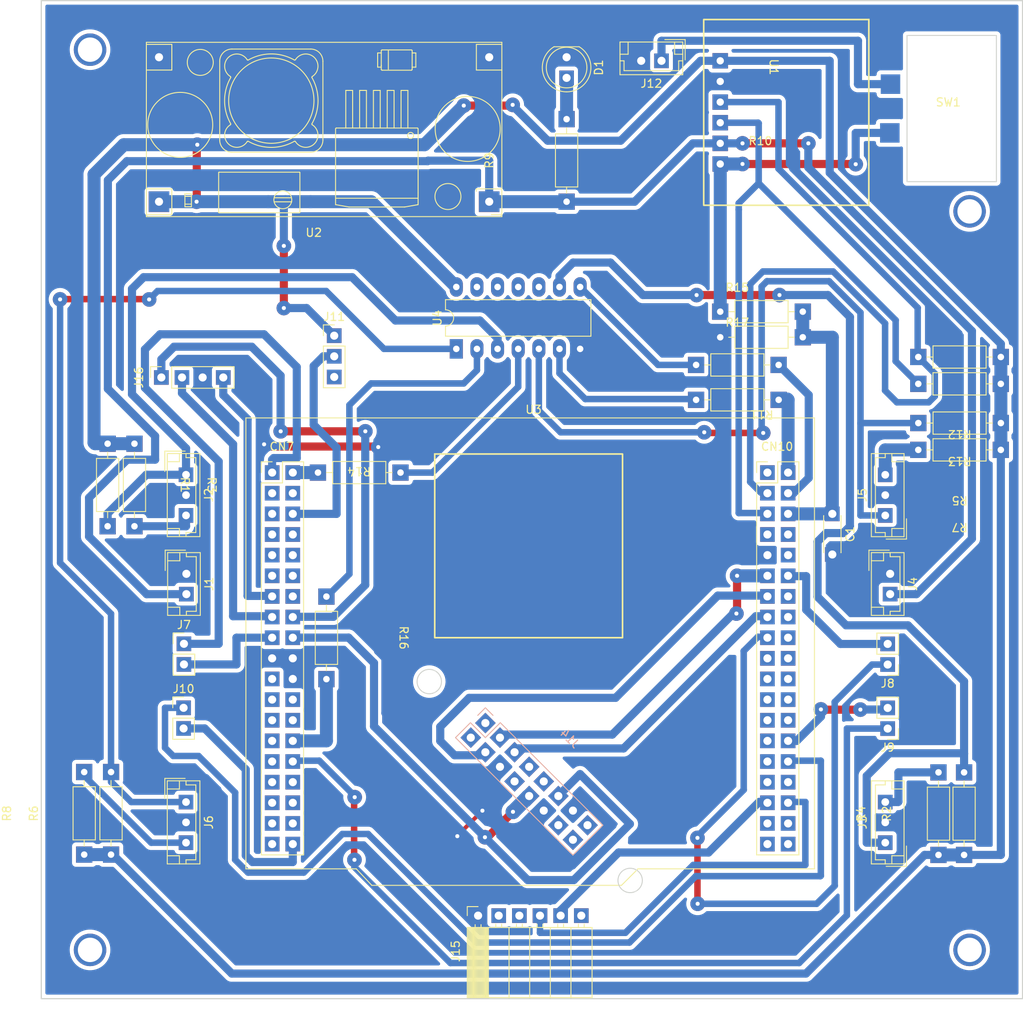
<source format=kicad_pcb>
(kicad_pcb (version 20211014) (generator pcbnew)
  (layers (0 "F.Cu" signal) (31 "B.Cu" signal) (34 "B.Paste" user) (35 "F.Paste" user) (36 "B.SilkS" user "B.Silkscreen") (37 "F.SilkS" user "F.Silkscreen") (38 "B.Mask" user) (39 "F.Mask" user) (44 "Edge.Cuts" user))
  (net 0 "")
  (net 1 "Vbat")
  (net 2 "GND")
  (net 3 "Net-(D1-Pad2)")
  (net 4 "+12V")
  (net 5 "MOTOR1_ENCODER")
  (net 6 "MOTOR3_ENCODER")
  (net 7 "MOTOR2_ENCODER")
  (net 8 "MOTOR4_ENCODER")
  (net 9 "MOTOR1_PWMN")
  (net 10 "MOTOR1_PWM")
  (net 11 "MOTOR2_PWMN")
  (net 12 "MOTOR2_PWM")
  (net 13 "MOTOR3_PWMN")
  (net 14 "MOTOR3_PWM")
  (net 15 "MOTOR4_PWMN")
  (net 16 "MOTOR4_PWM")
  (net 17 "+5V")
  (net 18 "Net-(J12-Pad1)")
  (net 19 "I2C_SDA")
  (net 20 "SPI_MISO")
  (net 21 "SPI_MOSI")
  (net 22 "SPI_SCLK")
  (net 33 "UART_TX")
  (net 34 "UART_RX")
  (net 36 "Net-(R10-Pad1)")
  (net 37 "I2C_SCL")
  (net 38 "SWDIO")
  (net 39 "SWCLK")
  (net 63 "+3V3")
  (net 87 "Net-(J6-Pad3)")
  (net 88 "Net-(J2-Pad3)")
  (net 90 "Net-(J3-Pad3)")
  (net 91 "Net-(J5-Pad3)")
  (net 92 "Net-(J2-Pad1)")
  (net 93 "Net-(J3-Pad1)")
  (net 94 "Net-(J5-Pad1)")
  (net 95 "Net-(J6-Pad1)")
  (net 96 "Net-(R14-Pad1)")
  (net 97 "Net-(R15-Pad1)")
  (net 98 "Net-(R16-Pad1)")
  (net 99 "Net-(R17-Pad1)")
  (net 104 "Net-(J11-Pad2)")
  (footprint "Connector_PinSocket_2.54mm:PinSocket_1x04_P2.54mm_Vertical" (layer "F.Cu") (at 185.22581 147.041 90)
    (fp_text reference "J16")
    (fp_text value "Conector_Programador")
  )
  (footprint "Connector_PinHeader_2.54mm:PinHeader_1x02_P2.54mm_Vertical" (layer "F.Cu") (at 187.96 187.701)
    (fp_text reference "J10")
    (fp_text value "Conector_Motor4")
  )
  (footprint "CustomLib:Nucleo_F303RE" (layer "F.Cu") (at 198.678 158.75)
    (fp_text reference "U3")
    (fp_text value "Nucleo_F303RE")
  )
  (footprint "CustomLib:R_Axial_Custom" (layer "F.Cu") (at 251.04 145.5)
    (fp_text reference "R15")
    (fp_text value "1k")
  )
  (footprint "CustomLib:R_Axial_Custom" (layer "F.Cu") (at 264.169 142.094279 180)
    (fp_text reference "R11")
    (fp_text value "R")
  )
  (footprint "LED_THT:LED_D5.0mm" (layer "F.Cu") (at 235.1 107.6287 -90)
    (fp_text reference "D1")
    (fp_text value "LED")
  )
  (footprint "CustomLib:R_Axial_Custom" (layer "F.Cu") (at 288.544 144.526 180)
    (fp_text reference "R12")
    (fp_text value "4K7")
  )
  (footprint "Connector_PinHeader_2.54mm:PinHeader_1x02_P2.54mm_Vertical" (layer "F.Cu") (at 274.62 190.256 180)
    (fp_text reference "J9")
    (fp_text value "Conector_Motor3")
  )
  (footprint "Capacitor_THT:C_Disc_D4.3mm_W1.9mm_P5.00mm" (layer "F.Cu") (at 267.80581 163.83 -90)
    (fp_text reference "C1")
    (fp_text value "100n")
  )
  (footprint "CustomLib:SW_SPST" (layer "F.Cu") (at 276.998 104.9425)
    (fp_text reference "SW1")
    (fp_text value "SW_SPST")
    (fp_rect (start 0 0) (end 11 18) (layer "Edge.Cuts") (width 0.12) (fill none))
  )
  (footprint "CustomLib:R_Axial_Custom" (layer "F.Cu") (at 214.66 158.75 180)
    (fp_text reference "R14")
    (fp_text value "1k")
  )
  (footprint "Package_DIP:DIP-14_W7.62mm_LongPads" (layer "F.Cu") (at 221.525 143.525 90)
    (fp_text reference "U4")
    (fp_text value "40106")
  )
  (footprint "CustomLib:R_Axial_Custom" (layer "F.Cu") (at 251.04 149.796)
    (fp_text reference "R17")
    (fp_text value "1k")
  )
  (footprint "Connector_JST:JST_EH_B2B-EH-A_1x02_P2.50mm_Vertical" (layer "F.Cu") (at 274.92 171.21 -90)
    (fp_text reference "J4")
    (fp_text value "Conector_Alim_PuenteH2")
  )
  (footprint "Connector_JST:JST_EH_B3B-EH-A_1x03_P2.50mm_Vertical" (layer "F.Cu") (at 188.26 199.3 -90)
    (fp_text reference "J6")
    (fp_text value "Conector_Encoder4")
  )
  (footprint "Connector_PinHeader_2.54mm:PinHeader_1x02_P2.54mm_Vertical" (layer "F.Cu") (at 274.62 182.377 180)
    (fp_text reference "J8")
    (fp_text value "Conector_Motor2")
  )
  (footprint "CustomLib:R_Axial_Custom" (layer "F.Cu") (at 288.55 152.654 180)
    (fp_text reference "R5")
    (fp_text value "10k")
  )
  (footprint "CustomLib:R_Axial_Custom" (layer "F.Cu") (at 288.544 155.956 180)
    (fp_text reference "R7")
    (fp_text value "220")
  )
  (footprint "CustomLib:R_Axial_Custom" (layer "F.Cu") (at 181.91381 155.194 -90)
    (fp_text reference "R3")
    (fp_text value "220")
  )
  (footprint "CustomLib:R_Axial_Custom" (layer "F.Cu") (at 205.54 174.01 -90)
    (fp_text reference "R16")
    (fp_text value "1k")
  )
  (footprint "CustomLib:R_Axial_Custom" (layer "F.Cu") (at 280.87221 205.807 90)
    (fp_text reference "R4")
    (fp_text value "220")
  )
  (footprint "CustomLib:R_Axial_Custom" (layer "F.Cu") (at 175.728905 205.767905 90)
    (fp_text reference "R8")
    (fp_text value "220")
  )
  (footprint "CustomLib:R_Axial_Custom" (layer "F.Cu") (at 178.61181 155.194 -90)
    (fp_text reference "R1")
    (fp_text value "10k")
  )
  (footprint "Connector_PinHeader_2.54mm:PinHeader_1x03_P2.54mm_Vertical" (layer "F.Cu") (at 206.5 141.9)
    (fp_text reference "J11")
    (fp_text value "Jumper_E5V")
  )
  (footprint "CustomLib:R_Axial_Custom" (layer "F.Cu") (at 254.009 138.944279)
    (fp_text reference "R10")
    (fp_text value "R")
  )
  (footprint "Connector_JST:JST_EH_B3B-EH-A_1x03_P2.50mm_Vertical" (layer "F.Cu") (at 274.32 204.3 90)
    (fp_text reference "J3")
    (fp_text value "Conector_Encoder3")
  )
  (footprint "CustomLib:R_Axial_Custom" (layer "F.Cu") (at 288.544 147.828 180)
    (fp_text reference "R13")
    (fp_text value "4K7")
  )
  (footprint "Connector_JST:JST_EH_B2B-EH-A_1x02_P2.50mm_Vertical" (layer "F.Cu") (at 188.306 171.211 -90)
    (fp_text reference "J1")
    (fp_text value "Conector_Alim_PuenteH1")
  )
  (footprint "Connector_JST:JST_EH_B2B-EH-A_1x02_P2.50mm_Vertical" (layer "F.Cu") (at 246.782 108.0687 180)
    (fp_text reference "J12")
    (fp_text value "Conector_Baterias")
  )
  (footprint "CustomLib:INA219_Module" (layer "F.Cu") (at 254.009 108.0687 -90)
    (fp_text reference "U1")
    (fp_text value "INA219_Module")
  )
  (footprint "Connector_JST:JST_EH_B3B-EH-A_1x03_P2.50mm_Vertical" (layer "F.Cu") (at 274.32 164.024 90)
    (fp_text reference "J5")
    (fp_text value "Conector_Encoder2")
  )
  (footprint "CustomLib:R_Axial_Custom" (layer "F.Cu") (at 235.1 125.4087 90)
    (fp_text reference "R9")
    (fp_text value "860")
  )
  (footprint "Connector_PinSocket_2.54mm:PinSocket_1x06_P2.54mm_Horizontal" (layer "F.Cu") (at 224.206905 213.278 90)
    (fp_text reference "J15")
    (fp_text value "Conector_ConversorUSB")
  )
  (footprint "CustomLib:R_Axial_Custom" (layer "F.Cu") (at 284.02181 205.807 90)
    (fp_text reference "R2")
    (fp_text value "10k")
  )
  (footprint "Connector_PinHeader_2.54mm:PinHeader_1x02_P2.54mm_Vertical" (layer "F.Cu") (at 188.006 179.822)
    (fp_text reference "J7")
    (fp_text value "Conector_Motor1")
  )
  (footprint "CustomLib:DCDC_StepDown_LM2596" (layer "F.Cu") (at 225.575 125.4087 180)
    (fp_text reference "U2")
    (fp_text value "LM2596_Module")
  )
  (footprint "CustomLib:R_Axial_Custom" (layer "F.Cu") (at 179.030905 205.767905 90)
    (fp_text reference "R6")
    (fp_text value "10k")
  )
  (footprint "Connector_JST:JST_EH_B3B-EH-A_1x03_P2.50mm_Vertical" (layer "F.Cu") (at 188.26 159.019 -90)
    (fp_text reference "J2")
    (fp_text value "Conector_Encoder1")
  )
  (footprint "CustomLib:Conector_IMU" (layer "B.Cu") (at 237.675655 202.14623 135)
    (fp_text reference "J14")
    (fp_text value "Conector_IMU")
    (fp_circle (center -8.52 -1.1) (end -7.02 -1.1) (layer "Edge.Cuts") (width 0.12) (fill none))
    (fp_circle (center 26.2704 -1.2724) (end 27.7704 -1.2724) (layer "Edge.Cuts") (width 0.12) (fill none))
  )
  (gr_rect (start 218.87081 156.464) (end 241.98481 179.07) (layer "F.SilkS") (width 0.2) (fill none))
  (gr_rect (start 291.21781 223.496) (end 170.44781 100.66) (layer "Edge.Cuts") (width 0.15) (fill none))
  (via (at 176.44781 217.496) (size 4) (drill 3) (layers "F.Cu" "B.Cu") (net 0))
  (via (at 176.44781 106.7) (size 4) (drill 3) (layers "F.Cu" "B.Cu") (net 0))
  (via (at 284.7 126.6) (size 4) (drill 3) (layers "F.Cu" "B.Cu") (net 0))
  (via (at 284.7 217.496) (size 4) (drill 3) (layers "F.Cu" "B.Cu") (net 0))
  (segment (start 264.33 142.094279) (end 267.80581 142.094279) (width 1.6) (layer "B.Cu") (net 1))
  (segment (start 262.29781 163.73) (end 262.39781 163.83) (width 1) (layer "B.Cu") (net 1))
  (segment (start 262.39781 163.83) (end 267.80581 163.83) (width 1.6) (layer "B.Cu") (net 1))
  (segment (start 264.169 142.094279) (end 264.169 138.944279) (width 1.6) (layer "B.Cu") (net 1))
  (segment (start 267.80581 142.094279) (end 267.80581 163.83) (width 1.6) (layer "B.Cu") (net 1))
  (segment (start 211.853268 155.543268) (end 198.830405 155.543268) (width 1) (layer "F.Cu") (net 2))
  (segment (start 221.65 203.45) (end 221.65 203.5) (width 0.5) (layer "F.Cu") (net 2))
  (segment (start 211.92 155.61) (end 211.853268 155.543268) (width 1) (layer "F.Cu") (net 2))
  (segment (start 224.74 200.36) (end 221.65 203.45) (width 0.5) (layer "F.Cu") (net 2))
  (segment (start 198.830405 155.543268) (end 198.177914 154.890777) (width 1) (layer "F.Cu") (net 2))
  (via (at 221.65 203.5) (size 1.8) (drill 0.5) (layers "F.Cu" "B.Cu") (net 2))
  (via (at 211.92 155.61) (size 1.8) (drill 0.5) (layers "F.Cu" "B.Cu") (net 2))
  (via (at 224.74 200.36) (size 1.8) (drill 0.5) (layers "F.Cu" "B.Cu") (net 2))
  (via (at 197.87 155.27) (size 1.8) (drill 0.5) (layers "F.Cu" "B.Cu") (net 2))
  (segment (start 223.5 199.12) (end 223.5 199.1) (width 1) (layer "B.Cu") (net 2))
  (segment (start 241.5 147.4) (end 252.54381 147.4) (width 1) (layer "B.Cu") (net 2))
  (segment (start 231.83 207.1) (end 235.811 207.1) (width 1) (layer "B.Cu") (net 2))
  (segment (start 230.387 119.9537) (end 225.582 115.1487) (width 1) (layer "B.Cu") (net 2))
  (segment (start 198.85981 181.61) (end 201.39981 181.61) (width 1.6) (layer "B.Cu") (net 2))
  (segment (start 235.811 207.1) (end 240.7595 202.1515) (width 1) (layer "B.Cu") (net 2))
  (segment (start 211.89 155.64) (end 211.89 180.700102) (width 1) (layer "B.Cu") (net 2))
  (segment (start 174.752 168.656) (end 174.752 129.448) (width 1) (layer "B.Cu") (net 2))
  (segment (start 270.19181 171.09181) (end 267.93 168.83) (width 1) (layer "B.Cu") (net 2))
  (segment (start 283.334 162.182) (end 283.334 161.414) (width 1) (layer "B.Cu") (net 2))
  (segment (start 174.634 117.9567) (end 184.935 107.6557) (width 1) (layer "B.Cu") (net 2))
  (segment (start 286.30781 183.56481) (end 286.30781 197.358) (width 1) (layer "B.Cu") (net 2))
  (segment (start 238.864 184.3) (end 222.9 184.3) (width 1) (layer "B.Cu") (net 2))
  (segment (start 262.982 121.301796) (end 262.982 110.6087) (width 1) (layer "B.Cu") (net 2))
  (segment (start 229.05 204.47) (end 229.2 204.47) (width 1) (layer "B.Cu") (net 2))
  (segment (start 254.254 168.91) (end 254.13701 169.02699) (width 1) (layer "B.Cu") (net 2))
  (segment (start 197.87 155.27) (end 197.7 155.1) (width 1) (layer "B.Cu") (net 2))
  (segment (start 225.582 115.1487) (end 225.582 108.2545) (width 1) (layer "B.Cu") (net 2))
  (segment (start 228 203.42) (end 227.95 203.42) (width 1) (layer "B.Cu") (net 2))
  (segment (start 185.5538 107.6287) (end 224.9562 107.6287) (width 1) (layer "B.Cu") (net 2))
  (segment (start 283.334 161.414) (end 283.334 141.653796) (width 1) (layer "B.Cu") (net 2))
  (segment (start 211.92 155.61) (end 211.89 155.64) (width 1) (layer "B.Cu") (net 2))
  (segment (start 192.13 200.58) (end 190.91 201.8) (width 1) (layer "B.Cu") (net 2))
  (segment (start 229.2 204.47) (end 231.83 207.1) (width 1) (layer "B.Cu") (net 2))
  (segment (start 237.625 143.525) (end 241.5 147.4) (width 1) (layer "B.Cu") (net 2))
  (segment (start 223.5 198.34) (end 223.5 199.1) (width 1) (layer "B.Cu") (net 2))
  (segment (start 254.17 142.094279) (end 254.21701 142.141289) (width 1) (layer "B.Cu") (net 2))
  (segment (start 195.352 184.996) (end 196.07 184.278) (width 1) (layer "B.Cu") (net 2))
  (segment (start 190.246 162.44419) (end 190.246 171.45) (width 1) (layer "B.Cu") (net 2))
  (segment (start 182.626 193.336) (end 185.64 196.35) (width 1) (layer "B.Cu") (net 2))
  (segment (start 259.71981 168.81) (end 259.81981 168.91) (width 1) (layer "B.Cu") (net 2))
  (segment (start 253.194 110.6087) (end 243.849 119.9537) (width 1) (layer "B.Cu") (net 2))
  (segment (start 182.626 176.53) (end 174.752 168.656) (width 1) (layer "B.Cu") (net 2))
  (segment (start 228 203.42) (end 229.05 204.47) (width 1) (layer "B.Cu") (net 2))
  (segment (start 278.511 175.768) (end 286.30781 183.56481) (width 1) (layer "B.Cu") (net 2))
  (segment (start 188.722 176.784) (end 182.626 176.784) (width 1) (layer "B.Cu") (net 2))
  (segment (start 283.334 141.653796) (end 262.982 121.301796) (width 1) (layer "B.Cu") (net 2))
  (segment (start 201.39981 184.15) (end 201.39981 181.61) (width 1.6) (layer "B.Cu") (net 2))
  (segment (start 238.508 199.9) (end 236.301499 199.9) (width 1) (layer "B.Cu") (net 2))
  (segment (start 190.246 175.26) (end 188.722 176.784) (width 1) (layer "B.Cu") (net 2))
  (segment (start 211.89 180.700102) (end 212.8 181.610102) (width 1) (layer "B.Cu") (net 2))
  (segment (start 270.19181 171.216) (end 270.19181 171.09181) (width 1) (layer "B.Cu") (net 2))
  (segment (start 182.626 184.404) (end 182.626 176.784) (width 1) (layer "B.Cu") (net 2))
  (segment (start 254.116 147.296) (end 254.17 147.35) (width 1) (layer "B.Cu") (net 2))
  (segment (start 229.2 203.409396) (end 229.2 204.47) (width 1) (layer "B.Cu") (net 2))
  (segment (start 236.765 143.525) (end 237.625 143.525) (width 1) (layer "B.Cu") (net 2))
  (segment (start 194.908 144.87) (end 191.274729 144.87) (width 1) (layer "B.Cu") (net 2))
  (segment (start 274.3 171.216) (end 283.334 162.182) (width 1) (layer "B.Cu") (net 2))
  (segment (start 188.306 171.211) (end 190.007 171.211) (width 1) (layer "B.Cu") (net 2))
  (segment (start 252.64781 147.296) (end 254.116 147.296) (width 1) (layer "B.Cu") (net 2))
  (segment (start 183.218 184.996) (end 195.352 184.996) (width 1) (layer "B.Cu") (net 2))
  (segment (start 240.7595 202.1515) (end 238.508 199.9) (width 1) (layer "B.Cu") (net 2))
  (segment (start 189.32581 161.524) (end 190.246 162.44419) (width 1) (layer "B.Cu") (net 2))
  (segment (start 254.21701 142.141289) (end 254.21701 167.3248) (width 1) (layer "B.Cu") (net 2))
  (segment (start 197.7 147.662) (end 194.908 144.87) (width 1) (layer "B.Cu") (net 2))
  (segment (start 236.301499 199.9) (end 235.759396 200.442103) (width 1) (layer "B.Cu") (net 2))
  (segment (start 192.13 197.798478) (end 192.13 200.58) (width 1) (layer "B.Cu") (net 2))
  (segment (start 254.17 147.35) (end 254.17 142.094279) (width 1) (layer "B.Cu") (net 2))
  (segment (start 270.19181 171.216) (end 274.3 171.216) (width 1) (layer "B.Cu") (net 2))
  (segment (start 174.634 117.9567) (end 174.634 129.33) (width 1) (layer "B.Cu") (net 2))
  (segment (start 254.13701 166.2828) (end 254.13701 167.23701) (width 1) (layer "B.Cu") (net 2))
  (segment (start 267.93 168.83) (end 267.80581 168.83) (width 1) (layer "B.Cu") (net 2))
  (segment (start 224.94 200.36) (end 228 203.42) (width 1) (layer "B.Cu") (net 2))
  (segment (start 270.19181 171.216) (end 270.2 171.22419) (width 1) (layer "B.Cu") (net 2))
  (segment (start 224.19 197.65) (end 223.5 198.34) (width 1) (layer "B.Cu") (net 2))
  (segment (start 224.74 200.36) (end 223.5 199.12) (width 1) (layer "B.Cu") (net 2))
  (segment (start 224.206905 206.056905) (end 224.206905 213.278) (width 1) (layer "B.Cu") (net 2))
  (segment (start 182.626 184.404) (end 182.626 193.336) (width 1) (layer "B.Cu") (net 2))
  (segment (start 216.35 191.9) (end 216.35 191.95) (width 1) (layer "B.Cu") (net 2))
  (segment (start 182.626 184.404) (end 183.218 184.996) (width 1) (layer "B.Cu") (net 2))
  (segment (start 190.007 171.211) (end 190.246 171.45) (width 1) (layer "B.Cu") (net 2))
  (segment (start 212.8 181.610102) (end 212.8 188.35) (width 1) (layer "B.Cu") (net 2))
  (segment (start 196.07 181.61) (end 198.85981 181.61) (width 1) (layer "B.Cu") (net 2))
  (segment (start 206.97 181.61) (end 208.43 183.07) (width 1) (layer "B.Cu") (net 2))
  (segment (start 184.935 107.6557) (end 184.935 107.6287) (width 1) (layer "B.Cu") (net 2))
  (segment (start 232.167293 200.442103) (end 229.2 203.409396) (width 1) (layer "B.Cu") (net 2))
  (segment (start 190.30581 145.838919) (end 190.30581 147.041) (width 1) (layer "B.Cu") (net 2))
  (segment (start 281.86581 201.8) (end 274.32 201.8) (width 1) (layer "B.Cu") (net 2))
  (segment (start 244.282 108.0687) (end 244.282 107.7087) (width 1) (layer "B.Cu") (net 2))
  (segment (start 190.246 171.45) (end 190.246 175.26) (width 1) (layer "B.Cu") (net 2))
  (segment (start 270.43281 175.768) (end 278.511 175.768) (width 1) (layer "B.Cu") (net 2))
  (segment (start 174.634 129.33) (end 174.752 129.448) (width 1) (layer "B.Cu") (net 2))
  (segment (start 270.2 171.22419) (end 270.2 175.53519) (width 1) (layer "B.Cu") (net 2))
  (segment (start 212.8 188.35) (end 216.35 191.9) (width 1) (layer "B.Cu") (net 2))
  (segment (start 185.443 107.7395) (end 185.5538 107.6287) (width 1) (layer "B.Cu") (net 2))
  (segment (start 259.81981 168.91) (end 254.254 168.91) (width 1) (layer "B.Cu") (net 2))
  (segment (start 196.07 184.278) (end 196.07 181.61) (width 1) (layer "B.Cu") (net 2))
  (segment (start 190.681522 196.35) (end 192.13 197.798478) (width 1) (layer "B.Cu") (net 2))
  (segment (start 223.5 199.1) (end 216.35 191.95) (width 1) (layer "B.Cu") (net 2))
  (segment (start 262.982 110.6087) (end 253.194 110.6087) (width 1) (layer "B.Cu") (net 2))
  (segment (start 208.43 190.28) (end 224.206905 206.056905) (width 1) (layer "B.Cu") (net 2))
  (segment (start 252.54381 147.4) (end 252.64781 147.296) (width 1) (layer "B.Cu") (net 2))
  (segment (start 225.575 108.2475) (end 226.1088 107.7137) (width 1) (layer "B.Cu") (net 2))
  (segment (start 243.927 107.7137) (end 244.282 108.0687) (width 1) (layer "B.Cu") (net 2))
  (segment (start 224.19 197.643089) (end 224.19 197.65) (width 1) (layer "B.Cu") (net 2))
  (segment (start 270.2 175.53519) (end 270.43281 175.768) (width 1) (layer "B.Cu") (net 2))
  (segment (start 190.91 201.8) (end 188.26 201.8) (width 1) (layer "B.Cu") (net 2))
  (segment (start 283.224 161.524) (end 283.334 161.414) (width 1) (layer "B.Cu") (net 2))
  (segment (start 254.13701 166.2828) (end 254.13701 169.02699) (width 1) (layer "B.Cu") (net 2))
  (segment (start 224.74 200.36) (end 224.94 200.36) (width 1) (layer "B.Cu") (net 2))
  (segment (start 197.7 155.1) (end 197.7 147.662) (width 1) (layer "B.Cu") (net 2))
  (segment (start 201.4 181.61) (end 206.97 181.61) (width 1) (layer "B.Cu") (net 2))
  (segment (start 226.77914 195.053949) (end 224.19 197.643089) (width 1) (layer "B.Cu") (net 2))
  (segment (start 225.582 108.2545) (end 225.575 108.2475) (width 1) (layer "B.Cu") (net 2))
  (segment (start 243.849 119.9537) (end 230.387 119.9537) (width 1) (layer "B.Cu") (net 2))
  (segment (start 216.35 191.95) (end 216.35 190.85) (width 1) (layer "B.Cu") (net 2))
  (segment (start 286.30781 197.358) (end 281.86581 201.8) (width 1) (layer "B.Cu") (net 2))
  (segment (start 222.9 184.3) (end 216.35 190.85) (width 1) (layer "B.Cu") (net 2))
  (segment (start 191.274729 144.87) (end 190.30581 145.838919) (width 1) (layer "B.Cu") (net 2))
  (segment (start 254.13701 169.02699) (end 238.864 184.3) (width 1) (layer "B.Cu") (net 2))
  (segment (start 182.626 176.784) (end 182.626 176.53) (width 1) (layer "B.Cu") (net 2))
  (segment (start 208.43 183.07) (end 208.43 190.28) (width 1) (layer "B.Cu") (net 2))
  (segment (start 274.32 161.524) (end 283.224 161.524) (width 1) (layer "B.Cu") (net 2))
  (segment (start 185.64 196.35) (end 190.681522 196.35) (width 1) (layer "B.Cu") (net 2))
  (segment (start 224.9562 107.6287) (end 225.575 108.2475) (width 1) (layer "B.Cu") (net 2))
  (segment (start 226.1088 107.7137) (end 243.927 107.7137) (width 1) (layer "B.Cu") (net 2))
  (segment (start 235.1 110.7875) (end 235.1 115.0125) (width 1.6) (layer "B.Cu") (net 3))
  (segment (start 264.85381 118.2287) (end 256.75 118.2287) (width 1) (layer "F.Cu") (net 4))
  (via (at 256.75 118.2287) (size 1.8) (drill 0.5) (layers "F.Cu" "B.Cu") (net 4))
  (via (at 264.85381 118.2287) (size 1.8) (drill 0.5) (layers "F.Cu" "B.Cu") (net 4))
  (segment (start 250.654 118.2287) (end 243.474 125.4087) (width 1) (layer "B.Cu") (net 4))
  (segment (start 217.994863 120.42) (end 218.054863 120.36) (width 1) (layer "B.Cu") (net 4))
  (segment (start 178.64 122.764164) (end 180.984164 120.42) (width 1) (layer "B.Cu") (net 4))
  (segment (start 284.988 166.882) (end 284.988 141.327898) (width 1) (layer "B.Cu") (net 4))
  (segment (start 184.45381 157.16) (end 184.45381 154.25381) (width 1) (layer "B.Cu") (net 4))
  (segment (start 284.988 141.327898) (end 264.85381 121.193708) (width 1) (layer "B.Cu") (net 4))
  (segment (start 225.575 125.4087) (end 235.1 125.4087) (width 1.6) (layer "B.Cu") (net 4))
  (segment (start 264.85381 121.193708) (end 264.85381 118.2287) (width 1) (layer "B.Cu") (net 4))
  (segment (start 256.75 118.2287) (end 250.654 118.2287) (width 1) (layer "B.Cu") (net 4))
  (segment (start 225.575 120.36) (end 225.575 125.4087) (width 1) (layer "B.Cu") (net 4))
  (segment (start 184.45381 154.25381) (end 178.64 148.44) (width 1) (layer "B.Cu") (net 4))
  (segment (start 188.301 173.716) (end 183.41781 173.716) (width 1) (layer "B.Cu") (net 4))
  (segment (start 183.41781 173.716) (end 176.32581 166.624) (width 1) (layer "B.Cu") (net 4))
  (segment (start 188.306 173.711) (end 188.301 173.716) (width 1) (layer "B.Cu") (net 4))
  (segment (start 243.474 125.4087) (end 235.1 125.4087) (width 1) (layer "B.Cu") (net 4))
  (segment (start 274.92 173.71) (end 278.16 173.71) (width 1) (layer "B.Cu") (net 4))
  (segment (start 218.054863 120.36) (end 225.575 120.36) (width 1) (layer "B.Cu") (net 4))
  (segment (start 278.16 173.71) (end 284.988 166.882) (width 1) (layer "B.Cu") (net 4))
  (segment (start 180.984164 120.42) (end 217.994863 120.42) (width 1) (layer "B.Cu") (net 4))
  (segment (start 181.01 157.16) (end 184.45381 157.16) (width 1) (layer "B.Cu") (net 4))
  (segment (start 178.64 148.44) (end 178.64 122.764164) (width 1) (layer "B.Cu") (net 4))
  (segment (start 176.32581 161.84419) (end 181.01 157.16) (width 1) (layer "B.Cu") (net 4))
  (segment (start 176.32581 166.624) (end 176.32581 161.84419) (width 1) (layer "B.Cu") (net 4))
  (segment (start 201.4 158.75) (end 204.5 158.75) (width 1.6) (layer "B.Cu") (net 5))
  (segment (start 263.01 161.29) (end 264.9 159.4) (width 1) (layer "B.Cu") (net 6))
  (segment (start 264.9 159.4) (end 264.9 149.2) (width 1) (layer "B.Cu") (net 6))
  (segment (start 262.36 161.29) (end 263.01 161.29) (width 1) (layer "B.Cu") (net 6))
  (segment (start 264.9 149.2) (end 261.2 145.5) (width 1) (layer "B.Cu") (net 6))
  (segment (start 262.36 158.75) (end 262.36 149.79) (width 1.6) (layer "B.Cu") (net 7))
  (segment (start 262.36 149.79) (end 262.27 149.7) (width 1.6) (layer "B.Cu") (net 7))
  (segment (start 262.39781 158.75) (end 262.36 158.75) (width 0.8) (layer "B.Cu") (net 7))
  (segment (start 262.27 149.7) (end 261.2 149.7) (width 1.6) (layer "B.Cu") (net 7))
  (segment (start 205.54 191.77) (end 205.54 184.17) (width 1.6) (layer "B.Cu") (net 8))
  (segment (start 201.4 191.77) (end 205.54 191.77) (width 1.6) (layer "B.Cu") (net 8))
  (segment (start 183.2 143.59) (end 185.058 141.732) (width 1) (layer "B.Cu") (net 9))
  (segment (start 183.2 148.3) (end 183.2 143.59) (width 1) (layer "B.Cu") (net 9))
  (segment (start 198.85981 157.15019) (end 198.85981 158.75) (width 1) (layer "B.Cu") (net 9))
  (segment (start 201.89 145.756) (end 201.89 156.96) (width 1) (layer "B.Cu") (net 9))
  (segment (start 192.278 157.378) (end 183.2 148.3) (width 1) (layer "B.Cu") (net 9))
  (segment (start 188.006 179.822) (end 192.278 179.822) (width 1) (layer "B.Cu") (net 9))
  (segment (start 201.89 156.96) (end 199.05 156.96) (width 1) (layer "B.Cu") (net 9))
  (segment (start 185.058 141.732) (end 197.866 141.732) (width 1) (layer "B.Cu") (net 9))
  (segment (start 199.05 156.96) (end 198.85981 157.15019) (width 1) (layer "B.Cu") (net 9))
  (segment (start 197.866 141.732) (end 201.89 145.756) (width 1) (layer "B.Cu") (net 9))
  (segment (start 192.278 179.822) (end 192.278 157.378) (width 1) (layer "B.Cu") (net 9))
  (segment (start 194.47 179.07) (end 198.85981 179.07) (width 1) (layer "B.Cu") (net 10))
  (segment (start 194.47 182.362) (end 194.47 179.07) (width 1) (layer "B.Cu") (net 10))
  (segment (start 198.79781 178.97) (end 198.76781 179) (width 0.5) (layer "B.Cu") (net 10))
  (segment (start 188.006 182.362) (end 194.47 182.362) (width 1) (layer "B.Cu") (net 10))
  (segment (start 251.206 211.796) (end 251.206 203.708) (width 0.8) (layer "F.Cu") (net 11))
  (segment (start 251.23 211.82) (end 251.206 211.796) (width 0.8) (layer "F.Cu") (net 11))
  (via (at 251.206 203.708) (size 1.8) (drill 0.5) (layers "F.Cu" "B.Cu") (net 11))
  (via (at 251.23 211.82) (size 1.8) (drill 0.5) (layers "F.Cu" "B.Cu") (net 11))
  (segment (start 265.88 211.82) (end 268.1 209.6) (width 0.8) (layer "B.Cu") (net 11))
  (segment (start 256.9 197.8) (end 256.9 180.71) (width 0.8) (layer "B.Cu") (net 11))
  (segment (start 251.23 211.82) (end 265.88 211.82) (width 0.8) (layer "B.Cu") (net 11))
  (segment (start 251.206 203.708) (end 251.206 203.494) (width 0.8) (layer "B.Cu") (net 11))
  (segment (start 258.64 178.97) (end 259.75781 178.97) (width 0.8) (layer "B.Cu") (net 11))
  (segment (start 268.1 186.98) (end 272.703 182.377) (width 0.8) (layer "B.Cu") (net 11))
  (segment (start 272.703 182.377) (end 274.62 182.377) (width 0.8) (layer "B.Cu") (net 11))
  (segment (start 256.9 180.71) (end 258.64 178.97) (width 0.8) (layer "B.Cu") (net 11))
  (segment (start 251.206 203.494) (end 256.9 197.8) (width 0.8) (layer "B.Cu") (net 11))
  (segment (start 268.1 209.6) (end 268.1 186.98) (width 0.8) (layer "B.Cu") (net 11))
  (segment (start 274.62 179.837) (end 268.797 179.837) (width 1) (layer "B.Cu") (net 12))
  (segment (start 264.58781 175.62781) (end 264.58781 171.5) (width 1) (layer "B.Cu") (net 12))
  (segment (start 268.797 179.837) (end 264.58781 175.62781) (width 1) (layer "B.Cu") (net 12))
  (segment (start 264.58781 171.5) (end 262.44781 171.5) (width 1) (layer "B.Cu") (net 12))
  (segment (start 209.02 198.7) (end 208.95 198.77) (width 0.8) (layer "F.Cu") (net 13))
  (segment (start 208.95 206.37) (end 208.99 206.41) (width 0.8) (layer "F.Cu") (net 13))
  (segment (start 208.95 198.77) (end 208.95 206.37) (width 0.8) (layer "F.Cu") (net 13))
  (via (at 209.02 198.7) (size 1.8) (drill 0.5) (layers "F.Cu" "B.Cu") (net 13))
  (via (at 208.99 206.41) (size 1.8) (drill 0.5) (layers "F.Cu" "B.Cu") (net 13))
  (segment (start 220.8 219.11) (end 263.721522 219.11) (width 0.8) (layer "B.Cu") (net 13))
  (segment (start 269.6 213.231522) (end 269.6 190.256) (width 0.8) (layer "B.Cu") (net 13))
  (segment (start 208.99 207.3) (end 220.8 219.11) (width 0.8) (layer "B.Cu") (net 13))
  (segment (start 208.99 206.41) (end 208.99 207.3) (width 0.8) (layer "B.Cu") (net 13))
  (segment (start 269.6 190.256) (end 274.62 190.256) (width 0.8) (layer "B.Cu") (net 13))
  (segment (start 263.721522 219.11) (end 269.6 213.231522) (width 0.8) (layer "B.Cu") (net 13))
  (segment (start 209.02 198.7) (end 209.02 198.56819) (width 0.8) (layer "B.Cu") (net 13))
  (segment (start 209.02 198.56819) (end 204.66181 194.21) (width 0.8) (layer "B.Cu") (net 13))
  (segment (start 204.66181 194.21) (end 201.33781 194.21) (width 0.8) (layer "B.Cu") (net 13))
  (segment (start 266.4005 188.216095) (end 266.686595 187.93) (width 1) (layer "F.Cu") (net 14))
  (segment (start 266.686595 187.93) (end 271.25 187.93) (width 1) (layer "F.Cu") (net 14))
  (segment (start 271.25 187.93) (end 271.26 187.92) (width 1) (layer "F.Cu") (net 14))
  (via (at 271.26 187.92) (size 1.8) (drill 0.5) (layers "F.Cu" "B.Cu") (net 14))
  (via (at 266.4005 187.896) (size 1.8) (drill 0.5) (layers "F.Cu" "B.Cu") (net 14))
  (segment (start 266.4005 188.7895) (end 263.42 191.77) (width 1) (layer "B.Cu") (net 14))
  (segment (start 271.26 187.92) (end 271.27 187.91) (width 1) (layer "B.Cu") (net 14))
  (segment (start 274.426 187.91) (end 274.62 187.716) (width 1) (layer "B.Cu") (net 14))
  (segment (start 263.42 191.77) (end 262.36 191.77) (width 1) (layer "B.Cu") (net 14))
  (segment (start 266.4005 188.216095) (end 266.4005 188.7895) (width 1) (layer "B.Cu") (net 14))
  (segment (start 271.27 187.91) (end 274.426 187.91) (width 1) (layer "B.Cu") (net 14))
  (segment (start 186.69 193.63) (end 185.674 192.614) (width 0.8) (layer "B.Cu") (net 15))
  (segment (start 262.39781 194.31) (end 262.49781 194.21) (width 0.8) (layer "B.Cu") (net 15))
  (segment (start 262.49781 194.21) (end 266.39 194.21) (width 0.8) (layer "B.Cu") (net 15))
  (segment (start 210.66 203.23) (end 207.5 203.23) (width 0.8) (layer "B.Cu") (net 15))
  (segment (start 251.007056 208.42) (end 242.835056 216.592) (width 0.8) (layer "B.Cu") (net 15))
  (segment (start 194.31 206.398478) (end 194.31 198.14) (width 0.8) (layer "B.Cu") (net 15))
  (segment (start 266.34 208.42) (end 251.007056 208.42) (width 0.8) (layer "B.Cu") (net 15))
  (segment (start 242.835056 216.592) (end 224.022 216.592) (width 0.8) (layer "B.Cu") (net 15))
  (segment (start 207.5 203.23) (end 202.75 207.98) (width 0.8) (layer "B.Cu") (net 15))
  (segment (start 189.8 193.63) (end 186.69 193.63) (width 0.8) (layer "B.Cu") (net 15))
  (segment (start 195.891522 207.98) (end 194.31 206.398478) (width 0.8) (layer "B.Cu") (net 15))
  (segment (start 194.31 198.14) (end 189.8 193.63) (width 0.8) (layer "B.Cu") (net 15))
  (segment (start 224.022 216.592) (end 210.66 203.23) (width 0.8) (layer "B.Cu") (net 15))
  (segment (start 266.39 194.21) (end 266.39 208.37) (width 0.8) (layer "B.Cu") (net 15))
  (segment (start 266.39 208.37) (end 266.34 208.42) (width 0.8) (layer "B.Cu") (net 15))
  (segment (start 185.674 187.701) (end 187.96 187.701) (width 0.8) (layer "B.Cu") (net 15))
  (segment (start 185.674 192.614) (end 185.674 187.701) (width 0.8) (layer "B.Cu") (net 15))
  (segment (start 202.75 207.98) (end 195.891522 207.98) (width 0.8) (layer "B.Cu") (net 15))
  (segment (start 201.39981 206.68) (end 196.43 206.68) (width 1) (layer "B.Cu") (net 16))
  (segment (start 195.61 195.29) (end 190.561 190.241) (width 1) (layer "B.Cu") (net 16))
  (segment (start 195.61 205.86) (end 195.61 195.29) (width 1) (layer "B.Cu") (net 16))
  (segment (start 201.39981 204.47) (end 201.39981 206.68) (width 1) (layer "B.Cu") (net 16))
  (segment (start 196.43 206.68) (end 195.61 205.86) (width 1) (layer "B.Cu") (net 16))
  (segment (start 190.561 190.241) (end 187.96 190.241) (width 1) (layer "B.Cu") (net 16))
  (segment (start 189.58 118.91231) (end 189.58 125.3747) (width 1) (layer "F.Cu") (net 17))
  (segment (start 225.05 203.63) (end 225.37 203.63) (width 1) (layer "F.Cu") (net 17))
  (segment (start 189.58 125.3747) (end 189.614 125.4087) (width 1) (layer "F.Cu") (net 17))
  (segment (start 222.444139 113.5815) (end 228.3692 113.5815) (width 1) (layer "F.Cu") (net 17))
  (segment (start 200.3 138.5) (end 200.3 130.84819) (width 1) (layer "F.Cu") (net 17))
  (segment (start 228.3692 113.5815) (end 228.462 113.4887) (width 1) (layer "F.Cu") (net 17))
  (segment (start 225.37 203.63) (end 228.5 200.5) (width 1) (layer "F.Cu") (net 17))
  (segment (start 189.87181 118.6205) (end 189.58 118.91231) (width 1) (layer "F.Cu") (net 17))
  (via (at 225.05 203.63) (size 1.8) (drill 0.5) (layers "F.Cu" "B.Cu") (net 17))
  (via (at 200.3 138.5) (size 1.8) (drill 0.5) (layers "F.Cu" "B.Cu") (net 17))
  (via (at 189.56 125.4087) (size 1.8) (drill 0.5) (layers "F.Cu" "B.Cu") (net 17))
  (via (at 228.462 113.4887) (size 1.8) (drill 0.5) (layers "F.Cu" "B.Cu") (net 17))
  (via (at 189.64781 118.396) (size 1.8) (drill 0.5) (layers "F.Cu" "B.Cu") (net 17))
  (via (at 200.3 130.84819) (size 1.8) (drill 0.5) (layers "F.Cu" "B.Cu") (net 17))
  (via (at 228.5 200.5) (size 1.8) (drill 0.5) (layers "F.Cu" "B.Cu") (net 17))
  (via (at 222.444139 113.5815) (size 1.8) (drill 0.5) (layers "F.Cu" "B.Cu") (net 17))
  (segment (start 230.31 208.9) (end 235.990898 208.9) (width 1) (layer "B.Cu") (net 17))
  (segment (start 179.247905 205.767905) (end 193.89 220.41) (width 1) (layer "B.Cu") (net 17))
  (segment (start 217.6147 118.396) (end 222.4292 113.5815) (width 1.6) (layer "B.Cu") (net 17))
  (segment (start 279.163 205.807) (end 280.87221 205.807) (width 1) (layer "B.Cu") (net 17))
  (segment (start 193.89 220.41) (end 264.56 220.41) (width 1) (layer "B.Cu") (net 17))
  (segment (start 225.05 203.64) (end 230.31 208.9) (width 1) (layer "B.Cu") (net 17))
  (segment (start 211.4 182.19) (end 208.27 179.06) (width 1) (layer "B.Cu") (net 17))
  (segment (start 251.592 108.0687) (end 241.7612 117.8995) (width 1) (layer "B.Cu") (net 17))
  (segment (start 230.353949 198.646051) (end 230.353949 198.663344) (width 1.8) (layer "B.Cu") (net 17))
  (segment (start 228.462 113.5887) (end 228.462 113.4887) (width 1) (layer "B.Cu") (net 17))
  (segment (start 211.4 189.98) (end 211.4 182.19) (width 1) (layer "B.Cu") (net 17))
  (segment (start 288.55 155.95) (end 288.544 155.956) (width 1) (layer "B.Cu") (net 17))
  (segment (start 241.7612 117.8995) (end 232.7728 117.8995) (width 1) (layer "B.Cu") (net 17))
  (segment (start 177.064 155.194) (end 176.94 155.07) (width 1.6) (layer "B.Cu") (net 17))
  (segment (start 200.3 130.84819) (end 200.3 125.6) (width 1) (layer "B.Cu") (net 17))
  (segment (start 280.87221 205.807) (end 284.02181 205.807) (width 1.6) (layer "B.Cu") (net 17))
  (segment (start 284.02181 205.807) (end 288.544 205.807) (width 1) (layer "B.Cu") (net 17))
  (segment (start 235.990898 208.9) (end 242.892449 201.998449) (width 1) (layer "B.Cu") (net 17))
  (segment (start 179.030905 205.767905) (end 175.728905 205.767905) (width 1.6) (layer "B.Cu") (net 17))
  (segment (start 228.517293 200.5) (end 228.5 200.5) (width 1.8) (layer "B.Cu") (net 17))
  (segment (start 179.030905 205.767905) (end 179.247905 205.767905) (width 1) (layer "B.Cu") (net 17))
  (segment (start 288.544 205.807) (end 288.544 155.956) (width 1) (layer "B.Cu") (net 17))
  (segment (start 242.892449 201.998449) (end 236.751697 195.857698) (width 1) (layer "B.Cu") (net 17))
  (segment (start 181.91381 155.194) (end 178.61181 155.194) (width 1.6) (layer "B.Cu") (net 17))
  (segment (start 200.4913 125.4087) (end 198.382 125.4087) (width 1.6) (layer "B.Cu") (net 17))
  (segment (start 267.482 121.842) (end 267.482 108.0687) (width 1) (layer "B.Cu") (net 17))
  (segment (start 200.4 138.5) (end 200.3 138.5) (width 1) (layer "B.Cu") (net 17))
  (segment (start 178.61181 155.194) (end 177.064 155.194) (width 1.6) (layer "B.Cu") (net 17))
  (segment (start 203.1 138.5) (end 206.5 141.9) (width 1) (layer "B.Cu") (net 17))
  (segment (start 236.751697 195.857698) (end 233.963344 198.646051) (width 1) (layer "B.Cu") (net 17))
  (segment (start 230.353949 198.663344) (end 228.517293 200.5) (width 1.8) (layer "B.Cu") (net 17))
  (segment (start 288.55 144.532) (end 288.55 155.95) (width 1.6) (layer "B.Cu") (net 17))
  (segment (start 288.544 144.526) (end 288.544 142.904) (width 1) (layer "B.Cu") (net 17))
  (segment (start 200.4 138.5) (end 203.1 138.5) (width 1) (layer "B.Cu") (net 17))
  (segment (start 184.935 125.4087) (end 198.382 125.4087) (width 1.6) (layer "B.Cu") (net 17))
  (segment (start 288.544 142.904) (end 267.482 121.842) (width 1) (layer "B.Cu") (net 17))
  (segment (start 175.633905 205.700905) (end 175.700905 205.767905) (width 1) (layer "B.Cu") (net 17))
  (segment (start 288.544 144.526) (end 288.55 144.532) (width 1.6) (layer "B.Cu") (net 17))
  (segment (start 200.3 125.6) (end 200.4913 125.4087) (width 1) (layer "B.Cu") (net 17))
  (segment (start 221.525 135.905) (end 211.0287 125.4087) (width 1.6) (layer "B.Cu") (net 17))
  (segment (start 225.05 203.63) (end 225.05 203.64) (width 1) (layer "B.Cu") (net 17))
  (segment (start 201.42781 179.06) (end 201.33781 178.97) (width 1) (layer "B.Cu") (net 17))
  (segment (start 225.05 203.63) (end 211.4 189.98) (width 1) (layer "B.Cu") (net 17))
  (segment (start 222.4292 113.5815) (end 222.5192 113.5815) (width 1.6) (layer "B.Cu") (net 17))
  (segment (start 203.5913 125.4087) (end 200.4913 125.4087) (width 1.6) (layer "B.Cu") (net 17))
  (segment (start 267.482 108.0687) (end 251.592 108.0687) (width 1) (layer "B.Cu") (net 17))
  (segment (start 232.7728 117.8995) (end 228.462 113.5887) (width 1) (layer "B.Cu") (net 17))
  (segment (start 211.0287 125.4087) (end 203.5913 125.4087) (width 1.6) (layer "B.Cu") (net 17))
  (segment (start 176.94 122.06) (end 180.604 118.396) (width 1.6) (layer "B.Cu") (net 17))
  (segment (start 180.604 118.396) (end 217.6147 118.396) (width 1.6) (layer "B.Cu") (net 17))
  (segment (start 176.94 155.07) (end 176.94 122.06) (width 1.6) (layer "B.Cu") (net 17))
  (segment (start 264.56 220.41) (end 279.163 205.807) (width 1) (layer "B.Cu") (net 17))
  (segment (start 208.27 179.06) (end 201.42781 179.06) (width 1) (layer "B.Cu") (net 17))
  (segment (start 246.782 105.6027) (end 270.962 105.6027) (width 1) (layer "B.Cu") (net 18))
  (segment (start 246.782 108.0687) (end 246.782 105.6027) (width 1) (layer "B.Cu") (net 18))
  (segment (start 270.962 105.6027) (end 270.962 110.9425) (width 1) (layer "B.Cu") (net 18))
  (segment (start 270.962 110.9425) (end 274.966 110.9425) (width 1) (layer "B.Cu") (net 18))
  (segment (start 254.01901 115.6887) (end 258.676 115.6887) (width 0.8) (layer "B.Cu") (net 19))
  (segment (start 278.384 147.828) (end 275.6 145.044) (width 0.8) (layer "B.Cu") (net 19))
  (segment (start 256.286 139.766) (end 256.286 163.73) (width 0.8) (layer "B.Cu") (net 19))
  (segment (start 275.6 139.9967) (end 258.742 123.1387) (width 0.8) (layer "B.Cu") (net 19))
  (segment (start 275.6 145.044) (end 275.6 139.9967) (width 0.8) (layer "B.Cu") (net 19))
  (segment (start 258.742 115.7547) (end 258.742 123.1387) (width 0.8) (layer "B.Cu") (net 19))
  (segment (start 258.742 123.1387) (end 256.286 125.5947) (width 0.8) (layer "B.Cu") (net 19))
  (segment (start 256.286 163.73) (end 259.75781 163.73) (width 0.8) (layer "B.Cu") (net 19))
  (segment (start 258.676 115.6887) (end 258.742 115.7547) (width 0.8) (layer "B.Cu") (net 19))
  (segment (start 256.286 125.5947) (end 256.286 126.384) (width 0.8) (layer "B.Cu") (net 19))
  (segment (start 256.286 126.384) (end 256.286 139.766) (width 0.8) (layer "B.Cu") (net 19))
  (segment (start 253.71 173.89) (end 241.13 186.47) (width 1) (layer "B.Cu") (net 20))
  (segment (start 223.11 186.47) (end 219.55 190.03) (width 1) (layer "B.Cu") (net 20))
  (segment (start 224.698271 193.542715) (end 224.983088 193.257898) (width 1) (layer "B.Cu") (net 20))
  (segment (start 259.75781 173.89) (end 253.71 173.89) (width 1) (layer "B.Cu") (net 20))
  (segment (start 241.13 186.47) (end 223.11 186.47) (width 1) (layer "B.Cu") (net 20))
  (segment (start 221.312715 193.542715) (end 224.698271 193.542715) (width 1) (layer "B.Cu") (net 20))
  (segment (start 219.55 191.78) (end 221.312715 193.542715) (width 1) (layer "B.Cu") (net 20))
  (segment (start 219.55 190.03) (end 219.55 191.78) (width 1) (layer "B.Cu") (net 20))
  (segment (start 228.575191 193.257898) (end 229.133089 192.7) (width 1) (layer "B.Cu") (net 21))
  (segment (start 258.39 176.43) (end 259.75781 176.43) (width 1) (layer "B.Cu") (net 21))
  (segment (start 242.12 192.7) (end 258.39 176.43) (width 1) (layer "B.Cu") (net 21))
  (segment (start 229.133089 192.7) (end 242.12 192.7) (width 1) (layer "B.Cu") (net 21))
  (segment (start 256.08181 176.01819) (end 256.08181 171.196) (width 1) (layer "F.Cu") (net 22))
  (segment (start 256 176.1) (end 256.08181 176.01819) (width 1) (layer "F.Cu") (net 22))
  (via (at 256 176.1) (size 1.8) (drill 0.5) (layers "F.Cu" "B.Cu") (net 22))
  (via (at 256.08181 171.45) (size 1.8) (drill 0.5) (layers "F.Cu" "B.Cu") (net 22))
  (segment (start 255.62 176.1) (end 240.726818 190.993182) (width 1) (layer "B.Cu") (net 22))
  (segment (start 256 176.1) (end 255.62 176.1) (width 1) (layer "B.Cu") (net 22))
  (segment (start 256.08181 171.45) (end 256.09181 171.46) (width 1.6) (layer "B.Cu") (net 22))
  (segment (start 259.81 171.46) (end 259.82 171.45) (width 1.6) (layer "B.Cu") (net 22))
  (segment (start 240.726818 190.993182) (end 227.247805 190.993182) (width 1) (layer "B.Cu") (net 22))
  (segment (start 256.09181 171.46) (end 259.81 171.46) (width 1.6) (layer "B.Cu") (net 22))
  (segment (start 227.247805 190.993182) (end 226.77914 191.461847) (width 1) (layer "B.Cu") (net 22))
  (segment (start 242.338 215.392) (end 231.826905 215.392) (width 0.8) (layer "B.Cu") (net 33))
  (segment (start 250.69 207.04) (end 242.338 215.392) (width 0.8) (layer "B.Cu") (net 33))
  (segment (start 264.484 199.29) (end 264.484 207.04) (width 0.8) (layer "B.Cu") (net 33))
  (segment (start 262.29781 199.29) (end 264.484 199.29) (width 0.8) (layer "B.Cu") (net 33))
  (segment (start 231.826905 215.392) (end 231.826905 213.278) (width 0.8) (layer "B.Cu") (net 33))
  (segment (start 264.484 207.04) (end 250.69 207.04) (width 0.8) (layer "B.Cu") (net 33))
  (segment (start 258.79 199.29) (end 252.57 205.51) (width 1) (layer "B.Cu") (net 34))
  (segment (start 234.366905 212.633095) (end 234.366905 213.278) (width 1) (layer "B.Cu") (net 34))
  (segment (start 252.57 205.51) (end 241.49 205.51) (width 1) (layer "B.Cu") (net 34))
  (segment (start 241.49 205.51) (end 234.366905 212.633095) (width 1) (layer "B.Cu") (net 34))
  (segment (start 259.75781 199.29) (end 258.79 199.29) (width 1) (layer "B.Cu") (net 34))
  (segment (start 256.75 120.7687) (end 270.656 120.7687) (width 1) (layer "F.Cu") (net 36))
  (segment (start 270.656 120.7687) (end 270.682 120.7947) (width 1) (layer "F.Cu") (net 36))
  (via (at 270.682 120.7947) (size 1.8) (drill 0.5) (layers "F.Cu" "B.Cu") (net 36))
  (via (at 256.75 120.7687) (size 1.8) (drill 0.5) (layers "F.Cu" "B.Cu") (net 36))
  (segment (start 254.009 138.944279) (end 254.009 120.7687) (width 1.6) (layer "B.Cu") (net 36))
  (segment (start 270.682 116.95669) (end 270.69619 116.9425) (width 1) (layer "B.Cu") (net 36))
  (segment (start 270.682 120.7947) (end 270.682 116.95669) (width 1) (layer "B.Cu") (net 36))
  (segment (start 254.01901 120.7687) (end 256.75 120.7687) (width 1.6) (layer "B.Cu") (net 36))
  (segment (start 270.69619 116.9425) (end 274.16781 116.9425) (width 1) (layer "B.Cu") (net 36))
  (segment (start 259.75781 161.19) (end 259.74781 161.2) (width 0.8) (layer "B.Cu") (net 37))
  (segment (start 280.42 149.348) (end 280.42 146.562) (width 0.8) (layer "B.Cu") (net 37))
  (segment (start 261.182 121.340274) (end 261.182 113.1487) (width 0.8) (layer "B.Cu") (net 37))
  (segment (start 259.26 134) (end 267.906244 134) (width 0.8) (layer "B.Cu") (net 37))
  (segment (start 278.31 144.452) (end 278.31 138.468274) (width 0.8) (layer "B.Cu") (net 37))
  (segment (start 279.672 150.096) (end 280.42 149.348) (width 0.8) (layer "B.Cu") (net 37))
  (segment (start 261.182 113.1487) (end 254.009 113.1487) (width 0.8) (layer "B.Cu") (net 37))
  (segment (start 257.7 159.9) (end 257.7 135.56) (width 0.8) (layer "B.Cu") (net 37))
  (segment (start 278.31 138.468274) (end 261.182 121.340274) (width 0.8) (layer "B.Cu") (net 37))
  (segment (start 275.74781 150.096) (end 279.672 150.096) (width 0.8) (layer "B.Cu") (net 37))
  (segment (start 274.3 148.64819) (end 275.74781 150.096) (width 0.8) (layer "B.Cu") (net 37))
  (segment (start 257.7 135.56) (end 259.26 134) (width 0.8) (layer "B.Cu") (net 37))
  (segment (start 267.906244 134) (end 274.3 140.393756) (width 0.8) (layer "B.Cu") (net 37))
  (segment (start 280.42 146.562) (end 278.384 144.526) (width 0.8) (layer "B.Cu") (net 37))
  (segment (start 274.3 140.393756) (end 274.3 148.64819) (width 0.8) (layer "B.Cu") (net 37))
  (segment (start 259.74781 161.2) (end 259 161.2) (width 0.8) (layer "B.Cu") (net 37))
  (segment (start 259 161.2) (end 257.7 159.9) (width 0.8) (layer "B.Cu") (net 37))
  (segment (start 278.384 144.526) (end 278.31 144.452) (width 0.8) (layer "B.Cu") (net 37))
  (segment (start 198.79781 173.89) (end 198.79781 173.928) (width 1) (layer "B.Cu") (net 38))
  (segment (start 195.834 173.928) (end 195.834 152.184) (width 1) (layer "B.Cu") (net 38))
  (segment (start 192.84581 149.19581) (end 192.84581 147.041) (width 1) (layer "B.Cu") (net 38))
  (segment (start 195.834 152.184) (end 192.84581 149.19581) (width 1) (layer "B.Cu") (net 38))
  (segment (start 198.79781 173.928) (end 195.834 173.928) (width 1) (layer "B.Cu") (net 38))
  (segment (start 194.056 176.43) (end 194.056 155.266) (width 1) (layer "B.Cu") (net 39))
  (segment (start 194.056 155.266) (end 187.76581 148.97581) (width 1) (layer "B.Cu") (net 39))
  (segment (start 198.79781 176.43) (end 194.056 176.43) (width 1) (layer "B.Cu") (net 39))
  (segment (start 187.76581 148.97581) (end 187.76581 147.041) (width 1) (layer "B.Cu") (net 39))
  (segment (start 210.38 153.62) (end 210.33 153.67) (width 1) (layer "F.Cu") (net 63))
  (segment (start 210.33 153.67) (end 199.91 153.67) (width 1) (layer "F.Cu") (net 63))
  (via (at 210.33 153.67) (size 1.8) (drill 0.5) (layers "F.Cu" "B.Cu") (net 63))
  (via (at 199.91 153.67) (size 1.8) (drill 0.5) (layers "F.Cu" "B.Cu") (net 63))
  (segment (start 196.342 143.256) (end 186.784 143.256) (width 1) (layer "B.Cu") (net 63))
  (segment (start 199.9 153.66) (end 199.9 146.814) (width 1) (layer "B.Cu") (net 63))
  (segment (start 206.4 176.5) (end 210.32 172.58) (width 1) (layer "B.Cu") (net 63))
  (segment (start 210.32 153.68) (end 210.33 153.67) (width 1) (layer "B.Cu") (net 63))
  (segment (start 199.91 153.67) (end 199.9 153.66) (width 1) (layer "B.Cu") (net 63))
  (segment (start 201.33781 176.43) (end 201.40781 176.5) (width 1) (layer "B.Cu") (net 63))
  (segment (start 186.784 143.256) (end 185.22581 144.81419) (width 1) (layer "B.Cu") (net 63))
  (segment (start 199.9 146.814) (end 196.342 143.256) (width 1) (layer "B.Cu") (net 63))
  (segment (start 185.22581 144.81419) (end 185.22581 147.041) (width 1) (layer "B.Cu") (net 63))
  (segment (start 210.32 172.58) (end 210.32 153.68) (width 1) (layer "B.Cu") (net 63))
  (segment (start 201.40781 176.5) (end 206.4 176.5) (width 1) (layer "B.Cu") (net 63))
  (segment (start 175.728905 196.058905) (end 175.728905 195.607905) (width 0.8) (layer "B.Cu") (net 87))
  (segment (start 183.97 204.3) (end 175.728905 196.058905) (width 0.8) (layer "B.Cu") (net 87))
  (segment (start 188.26 204.3) (end 183.97 204.3) (width 0.8) (layer "B.Cu") (net 87))
  (segment (start 188.26 164.019) (end 188.26 165.354) (width 1) (layer "B.Cu") (net 88))
  (segment (start 188.26 165.354) (end 181.91381 165.354) (width 1) (layer "B.Cu") (net 88))
  (segment (start 275.94 199.25) (end 275.89 199.3) (width 1) (layer "B.Cu") (net 90))
  (segment (start 275.89 199.3) (end 274.32 199.3) (width 1) (layer "B.Cu") (net 90))
  (segment (start 280.87221 195.647) (end 275.94 195.647) (width 1) (layer "B.Cu") (net 90))
  (segment (start 275.94 195.647) (end 275.94 199.25) (width 1) (layer "B.Cu") (net 90))
  (segment (start 274.32 159.024) (end 274.32 155.956) (width 1.6) (layer "B.Cu") (net 91))
  (segment (start 274.32 155.956) (end 278.384 155.956) (width 1.6) (layer "B.Cu") (net 91))
  (segment (start 183.04381 134.7) (end 208.7 134.7) (width 1) (layer "B.Cu") (net 92))
  (segment (start 208.7 134.7) (end 214.03 140.03) (width 1) (layer "B.Cu") (net 92))
  (segment (start 183.371 159.019) (end 188.26 159.019) (width 1) (layer "B.Cu") (net 92))
  (segment (start 188.26 155.76) (end 181.61 149.11) (width 1) (layer "B.Cu") (net 92))
  (segment (start 214.03 140.03) (end 224.43 140.03) (width 1) (layer "B.Cu") (net 92))
  (segment (start 178.61181 165.354) (end 178.61181 163.77819) (width 1) (layer "B.Cu") (net 92))
  (segment (start 224.43 140.03) (end 226.605 142.205) (width 1) (layer "B.Cu") (net 92))
  (segment (start 181.61 149.11) (end 181.61 136.13381) (width 1) (layer "B.Cu") (net 92))
  (segment (start 188.26 159.019) (end 188.26 155.76) (width 1) (layer "B.Cu") (net 92))
  (segment (start 178.61181 163.77819) (end 183.371 159.019) (width 1) (layer "B.Cu") (net 92))
  (segment (start 181.61 136.13381) (end 183.04381 134.7) (width 1) (layer "B.Cu") (net 92))
  (segment (start 226.605 142.205) (end 226.605 143.525) (width 1) (layer "B.Cu") (net 92))
  (segment (start 261.3 136.9) (end 251.1 136.9) (width 1) (layer "F.Cu") (net 93))
  (via (at 251.1 136.9) (size 1.8) (drill 0.5) (layers "F.Cu" "B.Cu") (net 93))
  (via (at 261.3 136.9) (size 1.8) (drill 0.5) (layers "F.Cu" "B.Cu") (net 93))
  (segment (start 269.972 165.368) (end 269.972 139.60129) (width 1) (layer "B.Cu") (net 93))
  (segment (start 265.98781 174.03981) (end 265.98781 167.248) (width 1) (layer "B.Cu") (net 93))
  (segment (start 267.03981 166.196) (end 269.144 166.196) (width 1) (layer "B.Cu") (net 93))
  (segment (start 269.144 166.196) (end 269.972 165.368) (width 1) (layer "B.Cu") (net 93))
  (segment (start 267.27071 136.9) (end 261.3 136.9) (width 1) (layer "B.Cu") (net 93))
  (segment (start 277.114 177.546) (end 269.494 177.546) (width 1) (layer "B.Cu") (net 93))
  (segment (start 251.1 136.9) (end 244.5 136.9) (width 1) (layer "B.Cu") (net 93))
  (segment (start 269.972 139.60129) (end 267.27071 136.9) (width 1) (layer "B.Cu") (net 93))
  (segment (start 272.034 204.3) (end 272.034 196.088) (width 1) (layer "B.Cu") (net 93))
  (segment (start 244.5 136.9) (end 240.5 132.9) (width 1) (layer "B.Cu") (net 93))
  (segment (start 274.32 204.3) (end 272.034 204.3) (width 1) (layer "B.Cu") (net 93))
  (segment (start 283.972 193.294) (end 284.02181 193.34381) (width 1) (layer "B.Cu") (net 93))
  (segment (start 284.02181 193.34381) (end 284.02181 184.45381) (width 1) (layer "B.Cu") (net 93))
  (segment (start 234.225 134.575) (end 234.225 135.905) (width 1) (layer "B.Cu") (net 93))
  (segment (start 235.9 132.9) (end 234.225 134.575) (width 1) (layer "B.Cu") (net 93))
  (segment (start 240.5 132.9) (end 235.9 132.9) (width 1) (layer "B.Cu") (net 93))
  (segment (start 284.02181 184.45381) (end 277.114 177.546) (width 1) (layer "B.Cu") (net 93))
  (segment (start 269.494 177.546) (end 265.98781 174.03981) (width 1) (layer "B.Cu") (net 93))
  (segment (start 272.034 196.088) (end 274.828 193.294) (width 1) (layer "B.Cu") (net 93))
  (segment (start 274.828 193.294) (end 283.972 193.294) (width 1) (layer "B.Cu") (net 93))
  (segment (start 284.02181 195.647) (end 284.02181 193.34381) (width 1) (layer "B.Cu") (net 93))
  (segment (start 265.98781 167.248) (end 267.03981 166.196) (width 1) (layer "B.Cu") (net 93))
  (segment (start 252.12 153.87) (end 252.04 153.79) (width 0.8) (layer "F.Cu") (net 94))
  (segment (start 259.3 153.87) (end 252.12 153.87) (width 0.8) (layer "F.Cu") (net 94))
  (via (at 252.04 153.79) (size 1.8) (drill 0.5) (layers "F.Cu" "B.Cu") (net 94))
  (via (at 259.3 153.87) (size 1.8) (drill 0.5) (layers "F.Cu" "B.Cu") (net 94))
  (segment (start 259.757056 135.2) (end 259.11 135.847056) (width 0.8) (layer "B.Cu") (net 94))
  (segment (start 234.36 153.79) (end 231.685 151.115) (width 0.8) (layer "B.Cu") (net 94))
  (segment (start 271.272 139.062812) (end 267.409188 135.2) (width 0.8) (layer "B.Cu") (net 94))
  (segment (start 271.272 152.682) (end 271.272 139.062812) (width 0.8) (layer "B.Cu") (net 94))
  (segment (start 252.04 153.79) (end 234.36 153.79) (width 0.8) (layer "B.Cu") (net 94))
  (segment (start 271.272 152.682) (end 271.3 152.654) (width 0.8) (layer "B.Cu") (net 94))
  (segment (start 271.272 152.682) (end 271.272 164.024) (width 0.8) (layer "B.Cu") (net 94))
  (segment (start 267.409188 135.2) (end 259.757056 135.2) (width 0.8) (layer "B.Cu") (net 94))
  (segment (start 259.11 153.68) (end 259.3 153.87) (width 0.8) (layer "B.Cu") (net 94))
  (segment (start 271.3 152.654) (end 278.39 152.654) (width 0.8) (layer "B.Cu") (net 94))
  (segment (start 259.11 135.847056) (end 259.11 153.68) (width 0.8) (layer "B.Cu") (net 94))
  (segment (start 231.685 151.115) (end 231.685 143.525) (width 0.8) (layer "B.Cu") (net 94))
  (segment (start 271.272 164.024) (end 274.32 164.024) (width 0.8) (layer "B.Cu") (net 94))
  (segment (start 183.721018 137.441018) (end 183.68 137.4) (width 0.8) (layer "F.Cu") (net 95))
  (segment (start 172.79 137.4) (end 172.76 137.43) (width 0.8) (layer "F.Cu") (net 95))
  (segment (start 183.68 137.4) (end 172.79 137.4) (width 0.8) (layer "F.Cu") (net 95))
  (via (at 183.721018 137.441018) (size 1.8) (drill 0.5) (layers "F.Cu" "B.Cu") (net 95))
  (via (at 172.76 137.43) (size 1.8) (drill 0.5) (layers "F.Cu" "B.Cu") (net 95))
  (segment (start 181.52 199.3) (end 179.030905 196.810905) (width 0.8) (layer "B.Cu") (net 95))
  (segment (start 179.030905 176.130905) (end 172.76 169.86) (width 0.8) (layer "B.Cu") (net 95))
  (segment (start 172.76 169.86) (end 172.76 137.43) (width 0.8) (layer "B.Cu") (net 95))
  (segment (start 205.5 136.4) (end 212.625 143.525) (width 0.8) (layer "B.Cu") (net 95))
  (segment (start 188.26 199.3) (end 181.52 199.3) (width 0.8) (layer "B.Cu") (net 95))
  (segment (start 212.625 143.525) (end 221.525 143.525) (width 0.8) (layer "B.Cu") (net 95))
  (segment (start 179.030905 196.810905) (end 179.030905 195.607905) (width 0.8) (layer "B.Cu") (net 95))
  (segment (start 184.762036 136.4) (end 205.5 136.4) (width 0.8) (layer "B.Cu") (net 95))
  (segment (start 183.721018 137.441018) (end 184.762036 136.4) (width 0.8) (layer "B.Cu") (net 95))
  (segment (start 179.030905 195.607905) (end 179.030905 176.130905) (width 0.8) (layer "B.Cu") (net 95))
  (segment (start 218.59 158.75) (end 229.145 148.195) (width 0.8) (layer "B.Cu") (net 96))
  (segment (start 214.66 158.75) (end 218.59 158.75) (width 0.8) (layer "B.Cu") (net 96))
  (segment (start 229.145 148.195) (end 229.145 143.525) (width 0.8) (layer "B.Cu") (net 96))
  (segment (start 246.36 145.5) (end 236.765 135.905) (width 0.8) (layer "B.Cu") (net 97))
  (segment (start 251.04 145.5) (end 246.36 145.5) (width 0.8) (layer "B.Cu") (net 97))
  (segment (start 211.03 147.78) (end 222.43 147.78) (width 0.8) (layer "B.Cu") (net 98))
  (segment (start 205.59 174.01) (end 208.37 171.23) (width 0.8) (layer "B.Cu") (net 98))
  (segment (start 208.37 150.44) (end 211.03 147.78) (width 0.8) (layer "B.Cu") (net 98))
  (segment (start 224.065 146.145) (end 224.065 143.525) (width 0.8) (layer "B.Cu") (net 98))
  (segment (start 208.37 171.23) (end 208.37 150.44) (width 0.8) (layer "B.Cu") (net 98))
  (segment (start 222.43 147.78) (end 224.065 146.145) (width 0.8) (layer "B.Cu") (net 98))
  (segment (start 205.54 174.01) (end 205.59 174.01) (width 0.8) (layer "B.Cu") (net 98))
  (segment (start 237.4 149.7) (end 234.225 146.525) (width 0.8) (layer "B.Cu") (net 99))
  (segment (start 251.04 149.7) (end 237.4 149.7) (width 0.8) (layer "B.Cu") (net 99))
  (segment (start 234.225 146.525) (end 234.225 143.525) (width 0.8) (layer "B.Cu") (net 99))
  (segment (start 205.16 144.44) (end 203.97 145.63) (width 1) (layer "B.Cu") (net 104))
  (segment (start 203.97 145.63) (end 203.97 152.87) (width 1) (layer "B.Cu") (net 104))
  (segment (start 206.79 163.83) (end 201.4 163.83) (width 1) (layer "B.Cu") (net 104))
  (segment (start 206.79 155.69) (end 206.79 163.83) (width 1) (layer "B.Cu") (net 104))
  (segment (start 206.5 144.44) (end 205.16 144.44) (width 1) (layer "B.Cu") (net 104))
  (segment (start 203.97 152.87) (end 206.79 155.69) (width 1) (layer "B.Cu") (net 104))
  (zone (net 2) (net_name "GND") (layer "B.Cu") (connect_pads yes (clearance 0.5)) (min_thickness 0.4) (fill yes (thermal_gap 0.508) (thermal_bridge_width 0.508))
    (polygon (pts (xy 291.211 223.52) (xy 170.475 223.52) (xy 170.475 100.654) (xy 291.211 100.654)))
  )
  (zone (net 0) (net_name "") (layer "B.Cu") (connect_pads yes (clearance 0.5)) (min_thickness 0.4) (fill yes (thermal_gap 0.508) (thermal_bridge_width 0.508))
    (polygon (pts (xy 256.71 181.21) (xy 256.79 198.86) (xy 253.07 202.5) (xy 250.45 202.57) (xy 250.7 205.64) (xy 242.58 205.61) (xy 242.776214 202.060747) (xy 232.82 192.21) (xy 242.71 192.19) (xy 254.09 181.15)))
  )
)
</source>
